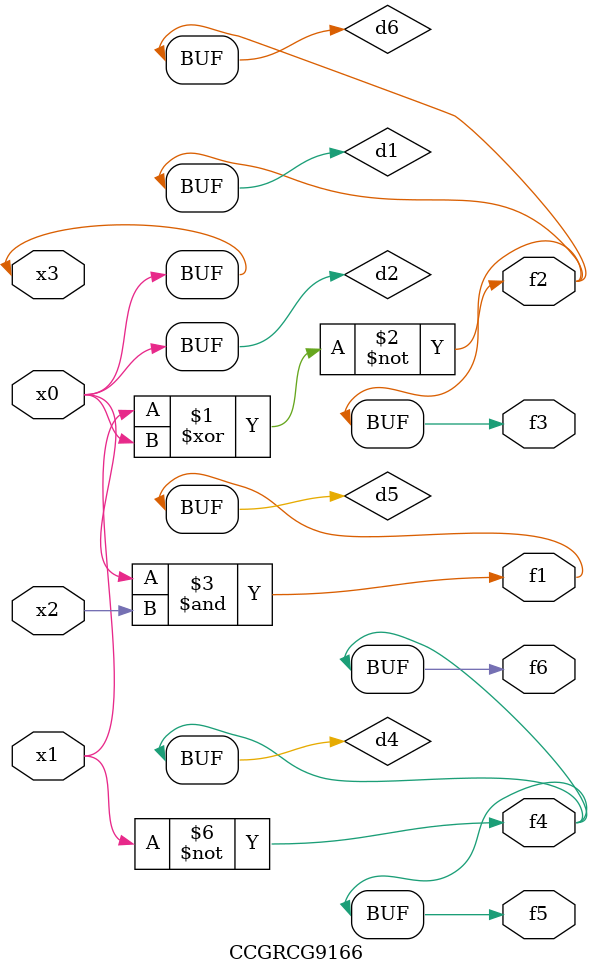
<source format=v>
module CCGRCG9166(
	input x0, x1, x2, x3,
	output f1, f2, f3, f4, f5, f6
);

	wire d1, d2, d3, d4, d5, d6;

	xnor (d1, x1, x3);
	buf (d2, x0, x3);
	nand (d3, x0, x2);
	not (d4, x1);
	nand (d5, d3);
	or (d6, d1);
	assign f1 = d5;
	assign f2 = d6;
	assign f3 = d6;
	assign f4 = d4;
	assign f5 = d4;
	assign f6 = d4;
endmodule

</source>
